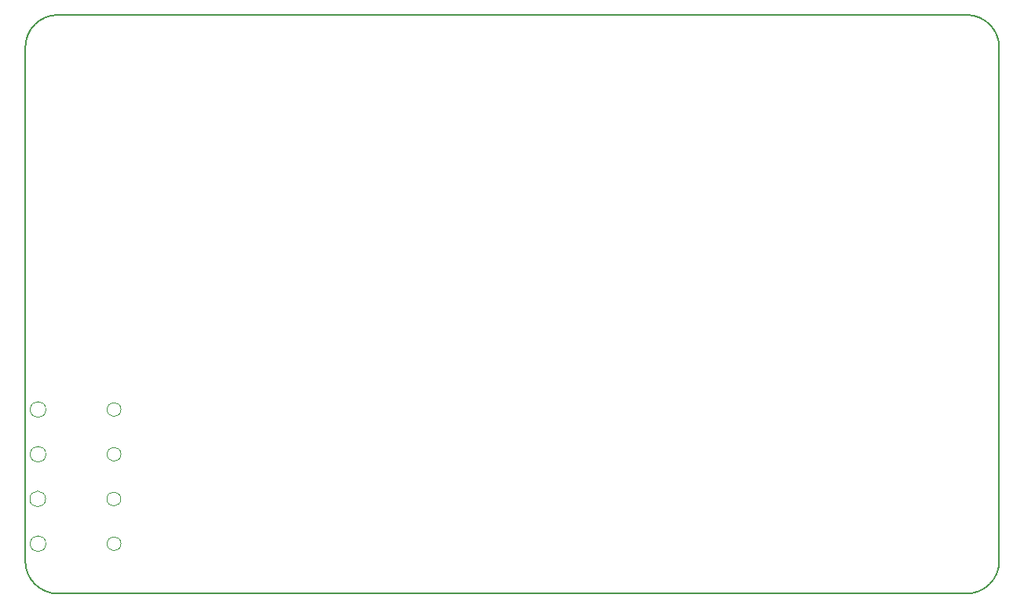
<source format=gm1>
%TF.GenerationSoftware,KiCad,Pcbnew,8.0.0-dirty*%
%TF.CreationDate,2024-04-13T23:45:36-04:00*%
%TF.ProjectId,MainPCB,4d61696e-5043-4422-9e6b-696361645f70,rev?*%
%TF.SameCoordinates,Original*%
%TF.FileFunction,Profile,NP*%
%FSLAX46Y46*%
G04 Gerber Fmt 4.6, Leading zero omitted, Abs format (unit mm)*
G04 Created by KiCad (PCBNEW 8.0.0-dirty) date 2024-04-13 23:45:36*
%MOMM*%
%LPD*%
G01*
G04 APERTURE LIST*
%TA.AperFunction,Profile*%
%ADD10C,0.200000*%
%TD*%
%TA.AperFunction,Profile*%
%ADD11C,0.100000*%
%TD*%
G04 APERTURE END LIST*
D10*
X189230000Y-63231900D02*
G75*
G02*
X192730000Y-66731900I0J-3500000D01*
G01*
X87730000Y-66731900D02*
X87730000Y-122154802D01*
X192730000Y-122154802D02*
G75*
G02*
X189230000Y-125654800I-3500000J2D01*
G01*
X91230000Y-125654802D02*
X189230000Y-125654802D01*
X91230000Y-63231900D02*
X189230000Y-63231900D01*
X192730000Y-66731900D02*
X192730000Y-122154802D01*
X87730000Y-66731900D02*
G75*
G02*
X91230000Y-63231900I3500000J0D01*
G01*
X91230000Y-125654802D02*
G75*
G02*
X87729998Y-122154802I0J3500002D01*
G01*
D11*
%TO.C,SW2*%
X89949299Y-110626000D02*
G75*
G02*
X88250699Y-110626000I-849300J0D01*
G01*
X88250699Y-110626000D02*
G75*
G02*
X89949299Y-110626000I849300J0D01*
G01*
X98049300Y-110626000D02*
G75*
G02*
X96550700Y-110626000I-749300J0D01*
G01*
X96550700Y-110626000D02*
G75*
G02*
X98049300Y-110626000I749300J0D01*
G01*
%TO.C,SW3*%
X89917299Y-115452000D02*
G75*
G02*
X88218699Y-115452000I-849300J0D01*
G01*
X88218699Y-115452000D02*
G75*
G02*
X89917299Y-115452000I849300J0D01*
G01*
X98017300Y-115452000D02*
G75*
G02*
X96518700Y-115452000I-749300J0D01*
G01*
X96518700Y-115452000D02*
G75*
G02*
X98017300Y-115452000I749300J0D01*
G01*
%TO.C,SW4*%
X89949299Y-120278000D02*
G75*
G02*
X88250699Y-120278000I-849300J0D01*
G01*
X88250699Y-120278000D02*
G75*
G02*
X89949299Y-120278000I849300J0D01*
G01*
X98049300Y-120278000D02*
G75*
G02*
X96550700Y-120278000I-749300J0D01*
G01*
X96550700Y-120278000D02*
G75*
G02*
X98049300Y-120278000I749300J0D01*
G01*
%TO.C,SW1*%
X89949299Y-105800000D02*
G75*
G02*
X88250699Y-105800000I-849300J0D01*
G01*
X88250699Y-105800000D02*
G75*
G02*
X89949299Y-105800000I849300J0D01*
G01*
X98049300Y-105800000D02*
G75*
G02*
X96550700Y-105800000I-749300J0D01*
G01*
X96550700Y-105800000D02*
G75*
G02*
X98049300Y-105800000I749300J0D01*
G01*
%TD*%
M02*

</source>
